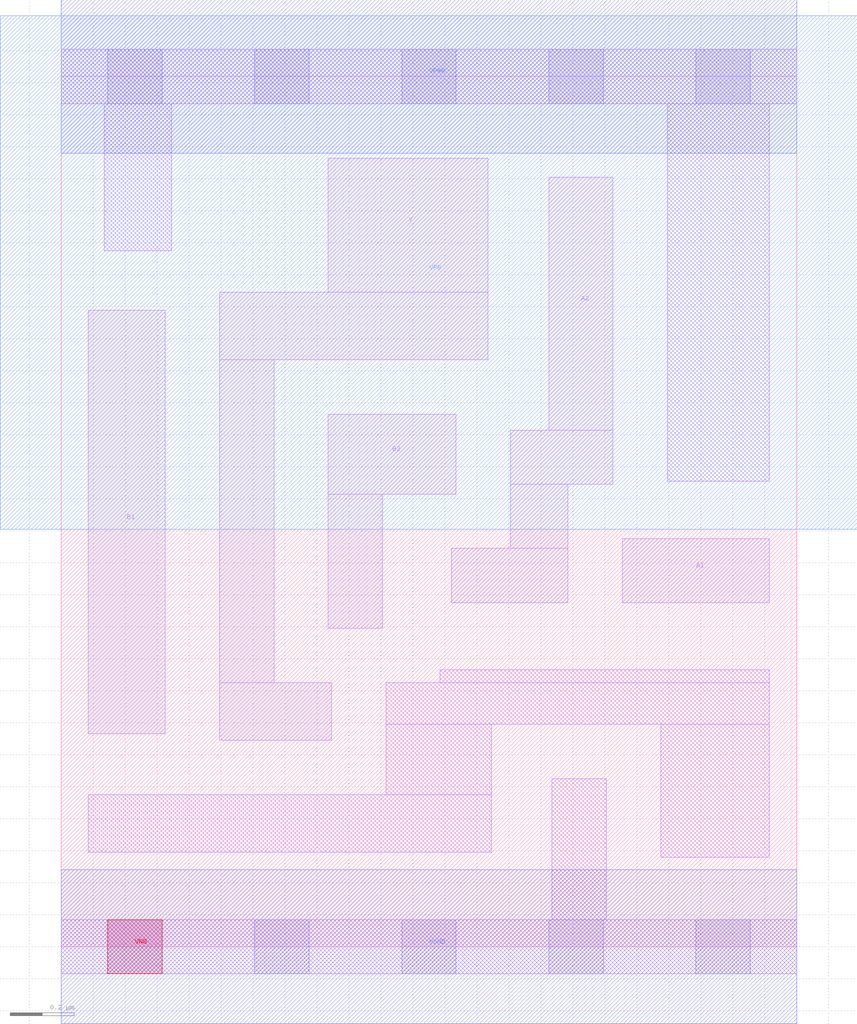
<source format=lef>
# Copyright 2020 The SkyWater PDK Authors
#
# Licensed under the Apache License, Version 2.0 (the "License");
# you may not use this file except in compliance with the License.
# You may obtain a copy of the License at
#
#     https://www.apache.org/licenses/LICENSE-2.0
#
# Unless required by applicable law or agreed to in writing, software
# distributed under the License is distributed on an "AS IS" BASIS,
# WITHOUT WARRANTIES OR CONDITIONS OF ANY KIND, either express or implied.
# See the License for the specific language governing permissions and
# limitations under the License.
#
# SPDX-License-Identifier: Apache-2.0

VERSION 5.7 ;
  NOWIREEXTENSIONATPIN ON ;
  DIVIDERCHAR "/" ;
  BUSBITCHARS "[]" ;
MACRO sky130_fd_sc_hd__o22ai_1
  CLASS CORE ;
  FOREIGN sky130_fd_sc_hd__o22ai_1 ;
  ORIGIN  0.000000  0.000000 ;
  SIZE  2.300000 BY  2.720000 ;
  SYMMETRY X Y R90 ;
  SITE unithd ;
  PIN A1
    ANTENNAGATEAREA  0.247500 ;
    DIRECTION INPUT ;
    USE SIGNAL ;
    PORT
      LAYER li1 ;
        RECT 1.755000 1.075000 2.215000 1.275000 ;
    END
  END A1
  PIN A2
    ANTENNAGATEAREA  0.247500 ;
    DIRECTION INPUT ;
    USE SIGNAL ;
    PORT
      LAYER li1 ;
        RECT 1.220000 1.075000 1.585000 1.245000 ;
        RECT 1.405000 1.245000 1.585000 1.445000 ;
        RECT 1.405000 1.445000 1.725000 1.615000 ;
        RECT 1.525000 1.615000 1.725000 2.405000 ;
    END
  END A2
  PIN B1
    ANTENNAGATEAREA  0.247500 ;
    DIRECTION INPUT ;
    USE SIGNAL ;
    PORT
      LAYER li1 ;
        RECT 0.085000 0.665000 0.325000 1.990000 ;
    END
  END B1
  PIN B2
    ANTENNAGATEAREA  0.247500 ;
    DIRECTION INPUT ;
    USE SIGNAL ;
    PORT
      LAYER li1 ;
        RECT 0.835000 0.995000 1.005000 1.415000 ;
        RECT 0.835000 1.415000 1.235000 1.665000 ;
    END
  END B2
  PIN VNB
    PORT
      LAYER pwell ;
        RECT 0.145000 -0.085000 0.315000 0.085000 ;
    END
  END VNB
  PIN VPB
    PORT
      LAYER nwell ;
        RECT -0.190000 1.305000 2.490000 2.910000 ;
    END
  END VPB
  PIN Y
    ANTENNADIFFAREA  0.650250 ;
    DIRECTION OUTPUT ;
    USE SIGNAL ;
    PORT
      LAYER li1 ;
        RECT 0.495000 0.645000 0.845000 0.825000 ;
        RECT 0.495000 0.825000 0.665000 1.835000 ;
        RECT 0.495000 1.835000 1.335000 2.045000 ;
        RECT 0.835000 2.045000 1.335000 2.465000 ;
    END
  END Y
  PIN VGND
    DIRECTION INOUT ;
    SHAPE ABUTMENT ;
    USE GROUND ;
    PORT
      LAYER met1 ;
        RECT 0.000000 -0.240000 2.300000 0.240000 ;
    END
  END VGND
  PIN VPWR
    DIRECTION INOUT ;
    SHAPE ABUTMENT ;
    USE POWER ;
    PORT
      LAYER met1 ;
        RECT 0.000000 2.480000 2.300000 2.960000 ;
    END
  END VPWR
  OBS
    LAYER li1 ;
      RECT 0.000000 -0.085000 2.300000 0.085000 ;
      RECT 0.000000  2.635000 2.300000 2.805000 ;
      RECT 0.085000  0.295000 1.345000 0.475000 ;
      RECT 0.135000  2.175000 0.345000 2.635000 ;
      RECT 1.015000  0.475000 1.345000 0.695000 ;
      RECT 1.015000  0.695000 2.215000 0.825000 ;
      RECT 1.185000  0.825000 2.215000 0.865000 ;
      RECT 1.535000  0.085000 1.705000 0.525000 ;
      RECT 1.875000  0.280000 2.215000 0.695000 ;
      RECT 1.895000  1.455000 2.215000 2.635000 ;
    LAYER mcon ;
      RECT 0.145000 -0.085000 0.315000 0.085000 ;
      RECT 0.145000  2.635000 0.315000 2.805000 ;
      RECT 0.605000 -0.085000 0.775000 0.085000 ;
      RECT 0.605000  2.635000 0.775000 2.805000 ;
      RECT 1.065000 -0.085000 1.235000 0.085000 ;
      RECT 1.065000  2.635000 1.235000 2.805000 ;
      RECT 1.525000 -0.085000 1.695000 0.085000 ;
      RECT 1.525000  2.635000 1.695000 2.805000 ;
      RECT 1.985000 -0.085000 2.155000 0.085000 ;
      RECT 1.985000  2.635000 2.155000 2.805000 ;
  END
END sky130_fd_sc_hd__o22ai_1
END LIBRARY

</source>
